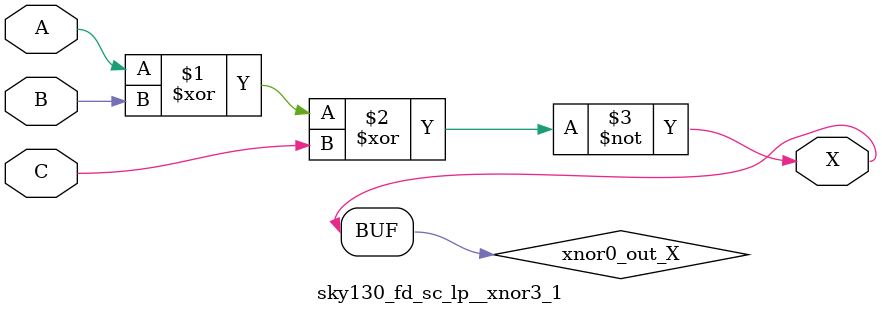
<source format=v>
/*
 * Copyright 2020 The SkyWater PDK Authors
 *
 * Licensed under the Apache License, Version 2.0 (the "License");
 * you may not use this file except in compliance with the License.
 * You may obtain a copy of the License at
 *
 *     https://www.apache.org/licenses/LICENSE-2.0
 *
 * Unless required by applicable law or agreed to in writing, software
 * distributed under the License is distributed on an "AS IS" BASIS,
 * WITHOUT WARRANTIES OR CONDITIONS OF ANY KIND, either express or implied.
 * See the License for the specific language governing permissions and
 * limitations under the License.
 *
 * SPDX-License-Identifier: Apache-2.0
*/


`ifndef SKY130_FD_SC_LP__XNOR3_1_FUNCTIONAL_V
`define SKY130_FD_SC_LP__XNOR3_1_FUNCTIONAL_V

/**
 * xnor3: 3-input exclusive NOR.
 *
 * Verilog simulation functional model.
 */

`timescale 1ns / 1ps
`default_nettype none

`celldefine
module sky130_fd_sc_lp__xnor3_1 (
    X,
    A,
    B,
    C
);

    // Module ports
    output X;
    input  A;
    input  B;
    input  C;

    // Local signals
    wire xnor0_out_X;

    //   Name   Output       Other arguments
    xnor xnor0 (xnor0_out_X, A, B, C        );
    buf  buf0  (X          , xnor0_out_X    );

endmodule
`endcelldefine

`default_nettype wire
`endif  // SKY130_FD_SC_LP__XNOR3_1_FUNCTIONAL_V

</source>
